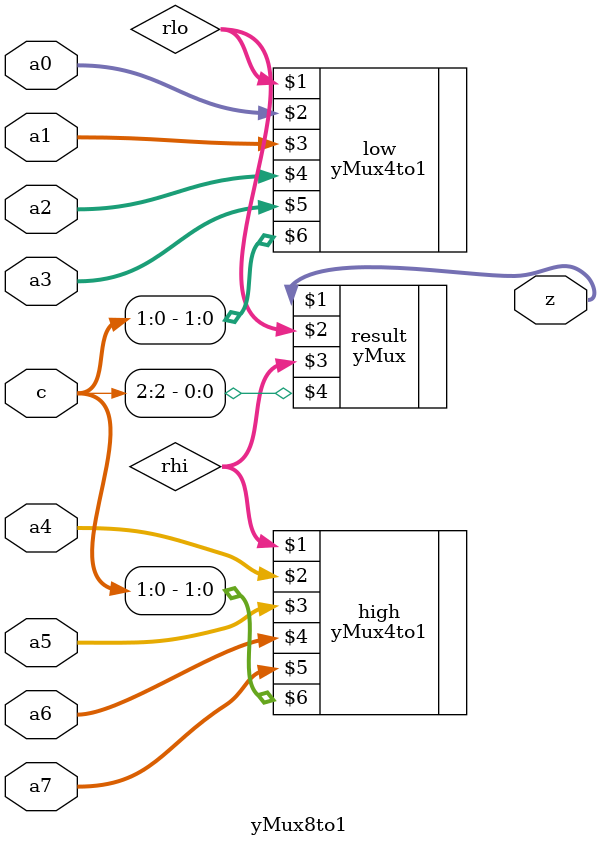
<source format=v>
module Test8to1;
reg signed [31:0] a0, a1, a2, a3, a4, a5, a6, a7;
reg [2:0] c;
reg flag;
wire [31:0] z;
yMux8to1 #(32) master(z, a0, a1, a2, a3, a4, a5, a6, a7, c);
initial
begin
	flag = $value$plusargs("c=%d", c);
	a0 = $random % 100;
	a1 = $random % 100;
	a2 = $random % 100;
	a3 = $random % 100;
	a4 = $random % 100;
	a5 = $random % 100;
	a6 = $random % 100;
	a7 = $random % 100;
	#1;
	$display("a=%d %d %d %d %d %d %d %d ; z=%d", a0, a1, a2, a3, a4, a5, a6, a7, z);
	$finish; 
end
endmodule

module yMux8to1(z, a0, a1, a2, a3, a4, a5, a6, a7, c);
parameter SIZE = 2;
output [SIZE-1:0] z;
input [SIZE-1:0] a0, a1, a2, a3, a4, a5, a6, a7;
input [2:0] c;
wire [SIZE-1:0] rlo, rhi;
yMux4to1 #(SIZE) low(rlo, a0, a1, a2, a3, c[1:0]);
yMux4to1 #(SIZE) high(rhi, a4, a5, a6, a7, c[1:0]);
yMux #(SIZE) result(z, rlo, rhi, c[2]);
endmodule

</source>
